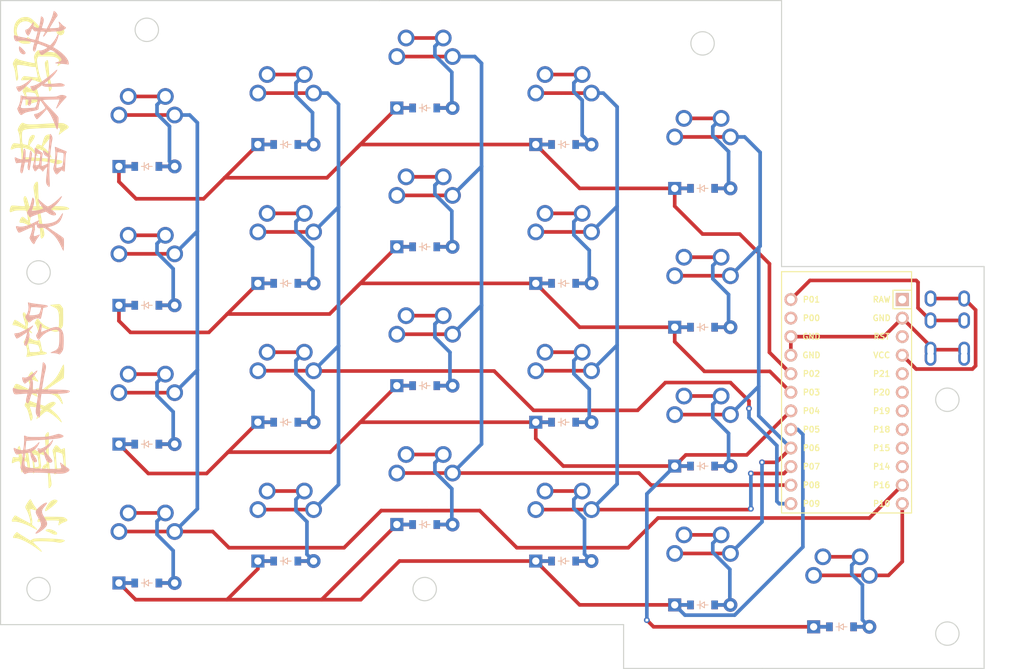
<source format=kicad_pcb>
(kicad_pcb (version 20211014) (generator pcbnew)
  (title_block (title "niu") (rev "v1.0.0") (company "Unknown"))
  (layers (0 "F.Cu" signal) (31 "B.Cu" signal) (34 "B.Paste" user) (35 "F.Paste" user) (36 "B.SilkS" user "B.Silkscreen") (37 "F.SilkS" user "F.Silkscreen") (38 "B.Mask" user) (39 "F.Mask" user) (44 "Edge.Cuts" user))
  (net 0 "")
  (net 1 "pinky_bottom")
  (net 2 "P16")
  (net 3 "pinky_home")
  (net 4 "pinky_top")
  (net 5 "pinky_num")
  (net 6 "ring_bottom")
  (net 7 "P9")
  (net 8 "ring_home")
  (net 9 "ring_top")
  (net 10 "ring_num")
  (net 11 "middle_bottom")
  (net 12 "P8")
  (net 13 "middle_home")
  (net 14 "middle_top")
  (net 15 "middle_num")
  (net 16 "index_bottom")
  (net 17 "P7")
  (net 18 "index_home")
  (net 19 "index_top")
  (net 20 "index_num")
  (net 21 "inner_bottom")
  (net 22 "P6")
  (net 23 "inner_home")
  (net 24 "inner_top")
  (net 25 "inner_num")
  (net 26 "thumb_home")
  (net 27 "P10")
  (net 28 "RAW")
  (net 29 "GND")
  (net 30 "RST")
  (net 31 "VCC")
  (net 32 "P21")
  (net 33 "P20")
  (net 34 "P19")
  (net 35 "P18")
  (net 36 "P15")
  (net 37 "P14")
  (net 38 "P1")
  (net 39 "P0")
  (net 40 "P2")
  (net 41 "P3")
  (net 42 "P4")
  (net 43 "P5")
  (footprint "ComboDiode" (layer "F.Cu") (at 211.886 96.716)
    (fp_text reference "D16" hide)
    (fp_text value "" hide)
  )
  (footprint "ComboDiode" (layer "F.Cu") (at 154.886 156.716)
    (fp_text reference "D1" hide)
    (fp_text value "" hide)
  )
  (footprint "ProMicro" (layer "F.Cu") (at 250.576 131.896 -90)
    (fp_text reference "MCU1" hide)
    (fp_text value "" hide)
  )
  (footprint "ComboDiode" (layer "F.Cu") (at 173.886 96.716)
    (fp_text reference "D8" hide)
    (fp_text value "" hide)
  )
  (footprint "MX" (layer "F.Cu") (at 154.886 152.216)
    (fp_text reference "S1" hide)
    (fp_text value "" hide)
  )
  (footprint "MX" (layer "F.Cu") (at 211.886 130.216)
    (fp_text reference "S14" hide)
    (fp_text value "" hide)
  )
  (footprint "ComboDiode" (layer "F.Cu") (at 154.886 118.716)
    (fp_text reference "D3" hide)
    (fp_text value "" hide)
  )
  (footprint "niubkb:nixihuanchi" (layer "F.Cu") (at 140.053492 135.382 90)
    (fp_text reference "G***" hide)
    (fp_text value "LOGO" hide)
  )
  (footprint "MX" (layer "F.Cu") (at 249.886 158.216)
    (fp_text reference "S21" hide)
    (fp_text value "" hide)
  )
  (footprint "ComboDiode" (layer "F.Cu") (at 173.886 153.716)
    (fp_text reference "D5" hide)
    (fp_text value "" hide)
  )
  (footprint "niubkb:niurouma" (layer "F.Cu") (at 140.208 93.98 90)
    (fp_text reference "G***" hide)
    (fp_text value "LOGO" hide)
  )
  (footprint "MX" (layer "F.Cu") (at 173.886 111.216)
    (fp_text reference "S7" hide)
    (fp_text value "" hide)
  )
  (footprint "ComboDiode" (layer "F.Cu") (at 154.886 99.716)
    (fp_text reference "D4" hide)
    (fp_text value "" hide)
  )
  (footprint "MX" (layer "F.Cu") (at 173.886 130.216)
    (fp_text reference "S6" hide)
    (fp_text value "" hide)
  )
  (footprint "MX" (layer "F.Cu") (at 192.886 106.216)
    (fp_text reference "S11" hide)
    (fp_text value "" hide)
  )
  (footprint "ComboDiode" (layer "F.Cu") (at 211.886 115.716)
    (fp_text reference "D15" hide)
    (fp_text value "" hide)
  )
  (footprint "ComboDiode" (layer "F.Cu") (at 211.886 134.716)
    (fp_text reference "D14" hide)
    (fp_text value "" hide)
  )
  (footprint "MX" (layer "F.Cu") (at 230.886 136.216)
    (fp_text reference "S18" hide)
    (fp_text value "" hide)
  )
  (footprint "MX" (layer "F.Cu") (at 173.886 149.216)
    (fp_text reference "S5" hide)
    (fp_text value "" hide)
  )
  (footprint "ComboDiode" (layer "F.Cu") (at 211.886 153.716)
    (fp_text reference "D13" hide)
    (fp_text value "" hide)
  )
  (footprint "MX" (layer "F.Cu") (at 192.886 125.216)
    (fp_text reference "S10" hide)
    (fp_text value "" hide)
  )
  (footprint "MX" (layer "F.Cu") (at 211.886 92.216)
    (fp_text reference "S16" hide)
    (fp_text value "" hide)
  )
  (footprint "ComboDiode" (layer "F.Cu") (at 192.886 110.716)
    (fp_text reference "D11" hide)
    (fp_text value "" hide)
  )
  (footprint "MX" (layer "F.Cu") (at 211.886 149.216)
    (fp_text reference "S13" hide)
    (fp_text value "" hide)
  )
  (footprint "ComboDiode" (layer "F.Cu") (at 154.886 137.716)
    (fp_text reference "D2" hide)
    (fp_text value "" hide)
  )
  (footprint "ComboDiode" (layer "F.Cu") (at 173.886 115.716)
    (fp_text reference "D7" hide)
    (fp_text value "" hide)
  )
  (footprint "ComboDiode" (layer "F.Cu") (at 230.886 159.716)
    (fp_text reference "D17" hide)
    (fp_text value "" hide)
  )
  (footprint "MX" (layer "F.Cu") (at 154.886 95.216)
    (fp_text reference "S4" hide)
    (fp_text value "" hide)
  )
  (footprint "MX" (layer "F.Cu") (at 154.886 114.216)
    (fp_text reference "S3" hide)
    (fp_text value "" hide)
  )
  (footprint "ComboDiode" (layer "F.Cu") (at 230.886 121.716)
    (fp_text reference "D19" hide)
    (fp_text value "" hide)
  )
  (footprint "ComboDiode" (layer "F.Cu") (at 249.886 162.716)
    (fp_text reference "D21" hide)
    (fp_text value "" hide)
  )
  (footprint "MX" (layer "F.Cu") (at 173.886 92.216)
    (fp_text reference "S8" hide)
    (fp_text value "" hide)
  )
  (footprint "MX" (layer "F.Cu") (at 211.886 111.216)
    (fp_text reference "S15" hide)
    (fp_text value "" hide)
  )
  (footprint "ComboDiode" (layer "F.Cu") (at 173.886 134.716)
    (fp_text reference "D6" hide)
    (fp_text value "" hide)
  )
  (footprint "MX" (layer "F.Cu") (at 230.886 98.216)
    (fp_text reference "S20" hide)
    (fp_text value "" hide)
  )
  (footprint "MX" (layer "F.Cu") (at 192.886 144.216)
    (fp_text reference "S9" hide)
    (fp_text value "" hide)
  )
  (footprint "MX" (layer "F.Cu") (at 230.886 117.216)
    (fp_text reference "S19" hide)
    (fp_text value "" hide)
  )
  (footprint "ComboDiode" (layer "F.Cu") (at 230.886 102.716)
    (fp_text reference "D20" hide)
    (fp_text value "" hide)
  )
  (footprint "TRRS-PJ-320A-dual" (layer "F.Cu") (at 266.66 114.592)
    (fp_text reference "TRRS1")
    (fp_text value "TRRS-PJ-320A-dual")
  )
  (footprint "ComboDiode" (layer "F.Cu") (at 192.886 129.716)
    (fp_text reference "D10" hide)
    (fp_text value "" hide)
  )
  (footprint "ComboDiode" (layer "F.Cu") (at 192.886 148.716)
    (fp_text reference "D9" hide)
    (fp_text value "" hide)
  )
  (footprint "MX" (layer "F.Cu") (at 230.886 155.216)
    (fp_text reference "S17" hide)
    (fp_text value "" hide)
  )
  (footprint "ComboDiode" (layer "F.Cu") (at 230.886 140.716)
    (fp_text reference "D18" hide)
    (fp_text value "" hide)
  )
  (footprint "MX" (layer "F.Cu") (at 154.886 133.216)
    (fp_text reference "S2" hide)
    (fp_text value "" hide)
  )
  (footprint "MX" (layer "F.Cu") (at 192.886 87.216)
    (fp_text reference "S12" hide)
    (fp_text value "" hide)
  )
  (footprint "ComboDiode" (layer "F.Cu") (at 192.886 91.716)
    (fp_text reference "D12" hide)
    (fp_text value "" hide)
  )
  (footprint "niubkb:wohenxihuan" (layer "B.Cu") (at 140.455223 94.996 -90)
    (fp_text reference "G***" hide)
    (fp_text value "LOGO" hide)
  )
  (footprint "niubkb:tilda" (layer "B.Cu") (at 140.242287 147.828 -90)
    (fp_text reference "G***" hide)
    (fp_text value "LOGO" hide)
  )
  (footprint "niubkb:chiniurou" (layer "B.Cu") (at 140.462 130.302 -90)
    (fp_text reference "G***" hide)
    (fp_text value "LOGO" hide)
  )
  (gr_line (start 269.386 168.416) (end 269.386 113.416) (layer "Edge.Cuts") (width 0.15))
  (gr_line (start 220.086 168.416) (end 239.086 168.416) (layer "Edge.Cuts") (width 0.15))
  (gr_line (start 241.686 113.416) (end 241.686 77.012) (layer "Edge.Cuts") (width 0.15))
  (gr_line (start 239.086 168.416) (end 269.386 168.416) (layer "Edge.Cuts") (width 0.15))
  (gr_circle (center 140.086 114.216) (end 141.686 114.216) (layer "Edge.Cuts") (width 0.15) (fill none))
  (gr_circle (center 154.886 81.016) (end 156.486 81.016) (layer "Edge.Cuts") (width 0.15) (fill none))
  (gr_line (start 269.386 113.416) (end 241.686 113.416) (layer "Edge.Cuts") (width 0.15))
  (gr_circle (center 230.886 82.874) (end 232.486 82.874) (layer "Edge.Cuts") (width 0.15) (fill none))
  (gr_line (start 241.686 77.012) (end 186.686 77.012) (layer "Edge.Cuts") (width 0.15))
  (gr_circle (center 192.886 157.55) (end 194.486 157.55) (layer "Edge.Cuts") (width 0.15) (fill none))
  (gr_circle (center 264.36 131.642) (end 265.96 131.642) (layer "Edge.Cuts") (width 0.15) (fill none))
  (gr_circle (center 140.086 157.55) (end 141.686 157.55) (layer "Edge.Cuts") (width 0.15) (fill none))
  (gr_line (start 134.886 162.416) (end 220.086 162.416) (layer "Edge.Cuts") (width 0.15))
  (gr_line (start 134.886 77.016) (end 186.686 77.016) (layer "Edge.Cuts") (width 0.15))
  (gr_line (start 134.886 162.416) (end 134.886 77.016) (layer "Edge.Cuts") (width 0.15))
  (gr_circle (center 264.36 163.646) (end 265.96 163.646) (layer "Edge.Cuts") (width 0.15) (fill none))
  (gr_line (start 186.686 77.012) (end 186.686 77.016) (layer "Edge.Cuts") (width 0.15))
  (gr_line (start 220.086 162.416) (end 220.086 168.416) (layer "Edge.Cuts") (width 0.15))
  (segment (start 156.536 156.716) (end 158.696 156.716) (width 0.5) (layer "F.Cu") (net 1))
  (segment (start 152.346 147.136) (end 157.426 147.136) (width 0.5) (layer "F.Cu") (net 1))
  (segment (start 157.426 147.136) (end 156.283 148.279) (width 0.5) (layer "B.Cu") (net 1))
  (segment (start 158.496 152.299091) (end 158.496 156.516) (width 0.5) (layer "B.Cu") (net 1))
  (segment (start 158.496 156.516) (end 158.696 156.716) (width 0.5) (layer "B.Cu") (net 1))
  (segment (start 156.536 156.716) (end 158.696 156.716) (width 0.5) (layer "B.Cu") (net 1))
  (segment (start 156.283 148.279) (end 156.283 150.086091) (width 0.5) (layer "B.Cu") (net 1))
  (segment (start 156.283 150.086091) (end 158.496 152.299091) (width 0.5) (layer "B.Cu") (net 1))
  (segment (start 158.696 149.676) (end 163.9 149.676) (width 0.5) (layer "F.Cu") (net 2))
  (segment (start 220.726 151.892) (end 224.79 147.828) (width 0.5) (layer "F.Cu") (net 2))
  (segment (start 151.076 111.676) (end 158.696 111.676) (width 0.5) (layer "F.Cu") (net 2))
  (segment (start 186.944 146.812) (end 200.406 146.812) (width 0.5) (layer "F.Cu") (net 2))
  (segment (start 200.406 146.812) (end 205.486 151.892) (width 0.5) (layer "F.Cu") (net 2))
  (segment (start 151.076 130.676) (end 158.696 130.676) (width 0.5) (layer "F.Cu") (net 2))
  (segment (start 224.79 147.828) (end 253.694 147.828) (width 0.5) (layer "F.Cu") (net 2))
  (segment (start 205.486 151.892) (end 220.726 151.892) (width 0.5) (layer "F.Cu") (net 2))
  (segment (start 151.076 92.676) (end 158.696 92.676) (width 0.5) (layer "F.Cu") (net 2))
  (segment (start 151.076 149.676) (end 158.696 149.676) (width 0.5) (layer "F.Cu") (net 2))
  (segment (start 181.864 151.892) (end 186.944 146.812) (width 0.5) (layer "F.Cu") (net 2))
  (segment (start 166.116 151.892) (end 181.864 151.892) (width 0.5) (layer "F.Cu") (net 2))
  (segment (start 253.694 147.828) (end 258.196 143.326) (width 0.5) (layer "F.Cu") (net 2))
  (segment (start 163.9 149.676) (end 166.116 151.892) (width 0.5) (layer "F.Cu") (net 2))
  (segment (start 161.798 127.574) (end 161.798 146.574) (width 0.5) (layer "B.Cu") (net 2))
  (segment (start 161.798 146.574) (end 158.696 149.676) (width 0.5) (layer "B.Cu") (net 2))
  (segment (start 161.798 108.574) (end 158.696 111.676) (width 0.5) (layer "B.Cu") (net 2))
  (segment (start 161.798 127.574) (end 158.696 130.676) (width 0.5) (layer "B.Cu") (net 2))
  (segment (start 160.748 92.676) (end 161.798 93.726) (width 0.5) (layer "B.Cu") (net 2))
  (segment (start 161.798 93.726) (end 161.798 108.574) (width 0.5) (layer "B.Cu") (net 2))
  (segment (start 161.798 108.574) (end 161.798 127.574) (width 0.5) (layer "B.Cu") (net 2))
  (segment (start 158.696 92.676) (end 160.748 92.676) (width 0.5) (layer "B.Cu") (net 2))
  (segment (start 156.536 137.716) (end 158.696 137.716) (width 0.5) (layer "F.Cu") (net 3))
  (segment (start 152.346 128.136) (end 157.426 128.136) (width 0.5) (layer "F.Cu") (net 3))
  (segment (start 156.283 131.086092) (end 158.496 133.299092) (width 0.5) (layer "B.Cu") (net 3))
  (segment (start 158.496 133.299092) (end 158.496 137.516) (width 0.5) (layer "B.Cu") (net 3))
  (segment (start 158.496 137.516) (end 158.696 137.716) (width 0.5) (layer "B.Cu") (net 3))
  (segment (start 157.426 128.136) (end 156.283 129.279) (width 0.5) (layer "B.Cu") (net 3))
  (segment (start 156.536 137.716) (end 158.696 137.716) (width 0.5) (layer "B.Cu") (net 3))
  (segment (start 156.283 129.279) (end 156.283 131.086092) (width 0.5) (layer "B.Cu") (net 3))
  (segment (start 152.346 109.136) (end 157.426 109.136) (width 0.5) (layer "F.Cu") (net 4))
  (segment (start 156.536 118.716) (end 158.696 118.716) (width 0.5) (layer "F.Cu") (net 4))
  (segment (start 156.283 110.279) (end 156.283 111.515843) (width 0.5) (layer "B.Cu") (net 4))
  (segment (start 156.536 118.716) (end 158.696 118.716) (width 0.5) (layer "B.Cu") (net 4))
  (segment (start 156.283 111.515843) (end 158.496 113.728843) (width 0.5) (layer "B.Cu") (net 4))
  (segment (start 158.496 113.728843) (end 158.496 118.516) (width 0.5) (layer "B.Cu") (net 4))
  (segment (start 158.496 118.516) (end 158.696 118.716) (width 0.5) (layer "B.Cu") (net 4))
  (segment (start 157.426 109.136) (end 156.283 110.279) (width 0.5) (layer "B.Cu") (net 4))
  (segment (start 156.536 99.716) (end 158.696 99.716) (width 0.5) (layer "F.Cu") (net 5))
  (segment (start 152.346 90.136) (end 157.426 90.136) (width 0.5) (layer "F.Cu") (net 5))
  (segment (start 156.283 92.515843) (end 157.988 94.220843) (width 0.5) (layer "B.Cu") (net 5))
  (segment (start 156.536 99.716) (end 158.696 99.716) (width 0.5) (layer "B.Cu") (net 5))
  (segment (start 156.283 91.279) (end 156.283 92.515843) (width 0.5) (layer "B.Cu") (net 5))
  (segment (start 157.988 94.220843) (end 157.988 99.008) (width 0.5) (layer "B.Cu") (net 5))
  (segment (start 157.988 99.008) (end 158.696 99.716) (width 0.5) (layer "B.Cu") (net 5))
  (segment (start 157.426 90.136) (end 156.283 91.279) (width 0.5) (layer "B.Cu") (net 5))
  (segment (start 175.536 153.716) (end 177.696 153.716) (width 0.5) (layer "F.Cu") (net 6))
  (segment (start 171.346 144.136) (end 176.426 144.136) (width 0.5) (layer "F.Cu") (net 6))
  (segment (start 176.784 148.336) (end 176.784 152.804) (width 0.5) (layer "B.Cu") (net 6))
  (segment (start 175.536 153.716) (end 177.696 153.716) (width 0.5) (layer "B.Cu") (net 6))
  (segment (start 176.426 144.136) (end 175.283 145.279) (width 0.5) (layer "B.Cu") (net 6))
  (segment (start 175.283 146.835) (end 176.784 148.336) (width 0.5) (layer "B.Cu") (net 6))
  (segment (start 175.283 145.279) (end 175.283 146.835) (width 0.5) (layer "B.Cu") (net 6))
  (segment (start 176.784 152.804) (end 177.696 153.716) (width 0.5) (layer "B.Cu") (net 6))
  (segment (start 225.806 129.286) (end 234.696 129.286) (width 0.5) (layer "F.Cu") (net 7))
  (segment (start 170.076 108.676) (end 177.696 108.676) (width 0.5) (layer "F.Cu") (net 7))
  (segment (start 170.076 127.676) (end 177.696 127.676) (width 0.5) (layer "F.Cu") (net 7))
  (segment (start 177.729901 127.709901) (end 202.385901 127.709901) (width 0.5) (layer "F.Cu") (net 7))
  (segment (start 221.996 133.096) (end 225.806 129.286) (width 0.5) (layer "F.Cu") (net 7))
  (segment (start 170.076 89.676) (end 177.696 89.676) (width 0.5) (layer "F.Cu") (net 7))
  (segment (start 202.385901 127.709901) (end 207.772 133.096) (width 0.5) (layer "F.Cu") (net 7))
  (segment (start 170.076 146.676) (end 177.696 146.676) (width 0.5) (layer "F.Cu") (net 7))
  (segment (start 177.696 127.676) (end 177.729901 127.709901) (width 0.5) (layer "F.Cu") (net 7))
  (segment (start 234.696 129.286) (end 237.236 131.826) (width 0.5) (layer "F.Cu") (net 7))
  (segment (start 207.772 133.096) (end 221.996 133.096) (width 0.5) (layer "F.Cu") (net 7))
  (segment (start 237.236 131.826) (end 237.236 132.842) (width 0.5) (layer "F.Cu") (net 7))
  (via (at 237.236 132.842) (size 0.8) (drill 0.4) (layers "F.Cu" "B.Cu") (net 7))
  (segment (start 237.236 134.112) (end 241.046 137.922) (width 0.5) (layer "B.Cu") (net 7))
  (segment (start 179.592 89.676) (end 181.102 91.186) (width 0.5) (layer "B.Cu") (net 7))
  (segment (start 181.102 105.27) (end 181.102 124.27) (width 0.5) (layer "B.Cu") (net 7))
  (segment (start 181.102 105.27) (end 177.696 108.676) (width 0.5) (layer "B.Cu") (net 7))
  (segment (start 241.046 145.542) (end 241.37 145.866) (width 0.5) (layer "B.Cu") (net 7))
  (segment (start 181.102 91.186) (end 181.102 105.27) (width 0.5) (layer "B.Cu") (net 7))
  (segment (start 241.37 145.866) (end 242.956 145.866) (width 0.5) (layer "B.Cu") (net 7))
  (segment (start 181.102 124.27) (end 181.102 143.27) (width 0.5) (layer "B.Cu") (net 7))
  (segment (start 241.046 137.922) (end 241.046 145.542) (width 0.5) (layer "B.Cu") (net 7))
  (segment (start 237.236 132.842) (end 237.236 134.112) (width 0.5) (layer "B.Cu") (net 7))
  (segment (start 177.696 89.676) (end 179.592 89.676) (width 0.5) (layer "B.Cu") (net 7))
  (segment (start 181.102 124.27) (end 177.696 127.676) (width 0.5) (layer "B.Cu") (net 7))
  (segment (start 181.102 143.27) (end 177.696 146.676) (width 0.5) (layer "B.Cu") (net 7))
  (segment (start 171.346 125.136) (end 176.426 125.136) (width 0.5) (layer "F.Cu") (net 8))
  (segment (start 175.536 134.716) (end 177.696 134.716) (width 0.5) (layer "F.Cu") (net 8))
  (segment (start 177.615099 134.635099) (end 177.696 134.716) (width 0.5) (layer "B.Cu") (net 8))
  (segment (start 177.615099 130.418191) (end 177.615099 134.635099) (width 0.5) (layer "B.Cu") (net 8))
  (segment (start 175.283 128.086092) (end 177.615099 130.418191) (width 0.5) (layer "B.Cu") (net 8))
  (segment (start 175.536 134.716) (end 177.696 134.716) (width 0.5) (layer "B.Cu") (net 8))
  (segment (start 175.283 126.279) (end 175.283 128.086092) (width 0.5) (layer "B.Cu") (net 8))
  (segment (start 176.426 125.136) (end 175.283 126.279) (width 0.5) (layer "B.Cu") (net 8))
  (segment (start 171.346 106.136) (end 176.426 106.136) (width 0.5) (layer "F.Cu") (net 9))
  (segment (start 175.536 115.716) (end 177.696 115.716) (width 0.5) (layer "F.Cu") (net 9))
  (segment (start 175.536 115.716) (end 177.696 115.716) (width 0.5) (layer "B.Cu") (net 9))
  (segment (start 177.546 110.778843) (end 177.546 115.566) (width 0.5) (layer "B.Cu") (net 9))
  (segment (start 175.283 107.279) (end 175.283 108.515843) (width 0.5) (layer "B.Cu") (net 9))
  (segment (start 176.426 106.136) (end 175.283 107.279) (width 0.5) (layer "B.Cu") (net 9))
  (segment (start 177.546 115.566) (end 177.696 115.716) (width 0.5) (layer "B.Cu") (net 9))
  (segment (start 175.283 108.515843) (end 177.546 110.778843) (width 0.5) (layer "B.Cu") (net 9))
  (segment (start 175.536 96.716) (end 177.696 96.716) (width 0.5) (layer "F.Cu") (net 10))
  (segment (start 171.346 87.136) (end 176.426 87.136) (width 0.5) (layer "F.Cu") (net 10))
  (segment (start 176.426 87.136) (end 175.283 88.279) (width 0.5) (layer "B.Cu") (net 10))
  (segment (start 177.546 96.566) (end 177.696 96.716) (width 0.5) (layer "B.Cu") (net 10))
  (segment (start 175.536 96.716) (end 177.696 96.716) (width 0.5) (layer "B.Cu") (net 10))
  (segment (start 175.283 90.086092) (end 177.546 92.349092) (width 0.5) (layer "B.Cu") (net 10))
  (segment (start 177.546 92.349092) (end 177.546 96.566) (width 0.5) (layer "B.Cu") (net 10))
  (segment (start 175.283 88.279) (end 175.283 90.086092) (width 0.5) (layer "B.Cu") (net 10))
  (segment (start 194.536 148.716) (end 196.696 148.716) (width 0.5) (layer "F.Cu") (net 11))
  (segment (start 190.346 139.136) (end 195.426 139.136) (width 0.5) (layer "F.Cu") (net 11))
  (segment (start 196.596 148.616) (end 196.696 148.716) (width 0.5) (layer "B.Cu") (net 11))
  (segment (start 194.283 141.515843) (end 196.596 143.828843) (width 0.5) (layer "B.Cu") (net 11))
  (segment (start 195.426 139.136) (end 194.283 140.279) (width 0.5) (layer "B.Cu") (net 11))
  (segment (start 194.283 140.279) (end 194.283 141.515843) (width 0.5) (layer "B.Cu") (net 11))
  (segment (start 196.596 143.828843) (end 196.596 148.616) (width 0.5) (layer "B.Cu") (net 11))
  (segment (start 194.536 148.716) (end 196.696 148.716) (width 0.5) (layer "B.Cu") (net 11))
  (segment (start 196.696 141.676) (end 222.194 141.676) (width 0.5) (layer "F.Cu") (net 12))
  (segment (start 189.076 103.676) (end 196.696 103.676) (width 0.5) (layer "F.Cu") (net 12))
  (segment (start 222.194 141.676) (end 223.844 143.326) (width 0.5) (layer "F.Cu") (net 12))
  (segment (start 189.076 141.676) (end 196.696 141.676) (width 0.5) (layer "F.Cu") (net 12))
  (segment (start 189.076 84.676) (end 196.696 84.676) (width 0.5) (layer "F.Cu") (net 12))
  (segment (start 223.844 143.326) (end 242.956 143.326) (width 0.5) (layer "F.Cu") (net 12))
  (segment (start 189.076 122.676) (end 196.696 122.676) (width 0.5) (layer "F.Cu") (net 12))
  (segment (start 200.66 85.598) (end 200.66 99.712) (width 0.5) (layer "B.Cu") (net 12))
  (segment (start 196.696 84.676) (end 199.738 84.676) (width 0.5) (layer "B.Cu") (net 12))
  (segment (start 199.738 84.676) (end 200.66 85.598) (width 0.5) (layer "B.Cu") (net 12))
  (segment (start 200.66 118.712) (end 200.66 137.712) (width 0.5) (layer "B.Cu") (net 12))
  (segment (start 200.66 99.712) (end 200.66 118.712) (width 0.5) (layer "B.Cu") (net 12))
  (segment (start 200.66 118.712) (end 196.696 122.676) (width 0.5) (layer "B.Cu") (net 12))
  (segment (start 200.66 99.712) (end 196.696 103.676) (width 0.5) (layer "B.Cu") (net 12))
  (segment (start 200.66 137.712) (end 196.696 141.676) (width 0.5) (layer "B.Cu") (net 12))
  (segment (start 190.346 120.136) (end 195.426 120.136) (width 0.5) (layer "F.Cu") (net 13))
  (segment (start 194.536 129.716) (end 196.696 129.716) (width 0.5) (layer "F.Cu") (net 13))
  (segment (start 196.342 129.362) (end 196.696 129.716) (width 0.5) (layer "B.Cu") (net 13))
  (segment (start 195.426 120.136) (end 194.283 121.279) (width 0.5) (layer "B.Cu") (net 13))
  (segment (start 194.283 121.279) (end 194.283 123.086092) (width 0.5) (layer "B.Cu") (net 13))
  (segment (start 194.536 129.716) (end 196.696 129.716) (width 0.5) (layer "B.Cu") (net 13))
  (segment (start 194.283 123.086092) (end 196.342 125.145092) (width 0.5) (layer "B.Cu") (net 13))
  (segment (start 196.342 125.145092) (end 196.342 129.362) (width 0.5) (layer "B.Cu") (net 13))
  (segment (start 190.346 101.136) (end 195.426 101.136) (width 0.5) (layer "F.Cu") (net 14))
  (segment (start 194.536 110.716) (end 196.696 110.716) (width 0.5) (layer "F.Cu") (net 14))
  (segment (start 196.596 105.828843) (end 196.596 110.616) (width 0.5) (layer "B.Cu") (net 14))
  (segment (start 194.283 102.279) (end 194.283 103.515843) (width 0.5) (layer "B.Cu") (net 14))
  (segment (start 194.536 110.716) (end 196.696 110.716) (width 0.5) (layer "B.Cu") (net 14))
  (segment (start 196.596 110.616) (end 196.696 110.716) (width 0.5) (layer "B.Cu") (net 14))
  (segment (start 194.283 103.515843) (end 196.596 105.828843) (width 0.5) (layer "B.Cu") (net 14))
  (segment (start 195.426 101.136) (end 194.283 102.279) (width 0.5) (layer "B.Cu") (net 14))
  (segment (start 190.346 82.136) (end 195.426 82.136) (width 0.5) (layer "F.Cu") (net 15))
  (segment (start 194.536 91.716) (end 196.696 91.716) (width 0.5) (layer "F.Cu") (net 15))
  (segment (start 195.426 82.136) (end 194.283 83.279) (width 0.5) (layer "B.Cu") (net 15))
  (segment (start 194.283 83.279) (end 194.283 84.515843) (width 0.5) (layer "B.Cu") (net 15))
  (segment (start 194.283 84.515843) (end 196.596 86.828843) (width 0.5) (layer "B.Cu") (net 15))
  (segment (start 194.536 91.716) (end 196.696 91.716) (width 0.5) (layer "B.Cu") (net 15))
  (segment (start 196.596 86.828843) (end 196.596 91.616) (width 0.5) (layer "B.Cu") (net 15))
  (segment (start 196.596 91.616) (end 196.696 91.716) (width 0.5) (layer "B.Cu") (net 15))
  (segment (start 213.536 153.716) (end 215.696 153.716) (width 0.5) (layer "F.Cu") (net 16))
  (segment (start 209.346 144.136) (end 214.426 144.136) (width 0.5) (layer "F.Cu") (net 16))
  (segment (start 214.7435 152.7635) (end 215.696 153.716) (width 0.5) (layer "B.Cu") (net 16))
  (segment (start 214.426 144.136) (end 213.283 145.279) (width 0.5) (layer "B.Cu") (net 16))
  (segment (start 213.283 145.279) (end 213.283 146.515843) (width 0.5) (layer "B.Cu") (net 16))
  (segment (start 214.7435 147.976343) (end 214.7435 152.7635) (width 0.5) (layer "B.Cu") (net 16))
  (segment (start 213.283 146.515843) (end 214.7435 147.976343) (width 0.5) (layer "B.Cu") (net 16))
  (segment (start 213.536 153.716) (end 215.696 153.716) (width 0.5) (layer "B.Cu") (net 16))
  (segment (start 237.49 141.732) (end 242.01 141.732) (width 0.5) (layer "F.Cu") (net 17))
  (segment (start 208.076 127.676) (end 215.696 127.676) (width 0.5) (layer "F.Cu") (net 17))
  (segment (start 208.076 108.676) (end 215.696 108.676) (width 0.5) (layer "F.Cu") (net 17))
  (segment (start 208.076 89.676) (end 215.696 89.676) (width 0.5) (layer "F.Cu") (net 17))
  (segment (start 237.372 146.676) (end 237.49 146.558) (width 0.5) (layer "F.Cu") (net 17))
  (segment (start 215.696 146.676) (end 237.372 146.676) (width 0.5) (layer "F.Cu") (net 17))
  (segment (start 242.01 141.732) (end 242.956 140.786) (width 0.5) (layer "F.Cu") (net 17))
  (segment (start 208.076 146.676) (end 215.696 146.676) (width 0.5) (layer "F.Cu") (net 17))
  (via (at 237.49 146.558) (size 0.8) (drill 0.4) (layers "F.Cu" "B.Cu") (net 17))
  (via (at 237.49 141.732) (size 0.8) (drill 0.4) (layers "F.Cu" "B.Cu") (net 17))
  (segment (start 219.202 105.17) (end 219.202 124.17) (width 0.5) (layer "B.Cu") (net 17))
  (segment (start 217.312446 89.676) (end 219.202 91.565554) (width 0.5) (layer "B.Cu") (net 17))
  (segment (start 219.202 105.17) (end 215.696 108.676) (width 0.5) (layer "B.Cu") (net 17))
  (segment (start 237.49 146.558) (end 237.49 141.732) (width 0.5) (layer "B.Cu") (net 17))
  (segment (start 219.202 124.17) (end 219.202 143.17) (width 0.5) (layer "B.Cu") (net 17))
  (segment (start 219.202 124.17) (end 215.696 127.676) (width 0.5) (layer "B.Cu") (net 17))
  (segment (start 215.696 89.676) (end 217.312446 89.676) (width 0.5) (layer "B.Cu") (net 17))
  (segment (start 219.202 143.17) (end 215.696 146.676) (width 0.5) (layer "B.Cu") (net 17))
  (segment (start 219.202 91.565554) (end 219.202 105.17) (width 0.5) (layer "B.Cu") (net 17))
  (segment (start 209.346 125.136) (end 214.426 125.136) (width 0.5) (layer "F.Cu") (net 18))
  (segment (start 213.536 134.716) (end 215.696 134.716) (width 0.5) (layer "F.Cu") (net 18))
  (segment (start 214.426 125.136) (end 213.283 126.279) (width 0.5) (layer "B.Cu") (net 18))
  (segment (start 213.536 134.716) (end 215.696 134.716) (width 0.5) (layer "B.Cu") (net 18))
  (segment (start 215.392 134.412) (end 215.696 134.716) (width 0.5) (layer "B.Cu") (net 18))
  (segment (start 215.392 130.195092) (end 215.392 134.412) (width 0.5) (layer "B.Cu") (net 18))
  (segment (start 213.283 126.279) (end 213.283 128.086092) (width 0.5) (layer "B.Cu") (net 18))
  (segment (start 213.283 128.086092) (end 215.392 130.195092) (width 0.5) (layer "B.Cu") (net 18))
  (segment (start 209.346 106.136) (end 214.426 106.136) (width 0.5) (layer "F.Cu") (net 19))
  (segment (start 213.536 115.716) (end 215.696 115.716) (width 0.5) (layer "F.Cu") (net 19))
  (segment (start 213.283 109.086092) (end 215.392 111.195092) (width 0.5) (layer "B.Cu") (net 19))
  (segment (start 214.426 106.136) (end 213.283 107.279) (width 0.5) (layer "B.Cu") (net 19))
  (segment (start 213.536 115.716) (end 215.696 115.716) (width 0.5) (layer "B.Cu") (net 19))
  (segment (start 213.283 107.279) (end 213.283 109.086092) (width 0.5) (layer "B.Cu") (net 19))
  (segment (start 215.392 115.412) (end 215.696 115.716) (width 0.5) (layer "B.Cu") (net 19))
  (segment (start 215.392 111.195092) (end 215.392 115.412) (width 0.5) (layer "B.Cu") (net 19))
  (segment (start 209.346 87.136) (end 214.426 87.136) (width 0.5) (layer "F.Cu") (net 20))
  (segment (start 213.536 96.716) (end 215.696 96.716) (width 0.5) (layer "F.Cu") (net 20))
  (segment (start 214.426 87.136) (end 213.283 88.279) (width 0.5) (layer "B.Cu") (net 20))
  (segment (start 214.426 95.446) (end 215.696 96.716) (width 0.5) (layer "B.Cu") (net 20))
  (segment (start 213.536 96.716) (end 215.696 96.716) (width 0.5) (layer "B.Cu") (net 20))
  (segment (start 213.283 88.279) (end 213.283 89.515843) (width 0.5) (layer "B.Cu") (net 20))
  (segment (start 213.283 89.515843) (end 214.426 90.658843) (width 0.5) (layer "B.Cu") (net 20))
  (segment (start 214.426 90.658843) (end 214.426 95.446) (width 0.5) (layer "B.Cu") (net 20))
  (segment (start 228.346 150.136) (end 233.426 150.136) (width 0.5) (layer "F.Cu") (net 21))
  (segment (start 232.536 159.716) (end 234.696 159.716) (width 0.5) (layer "F.Cu") (net 21))
  (segment (start 232.536 159.716) (end 234.696 159.716) (width 0.5) (layer "B.Cu") (net 21))
  (segment (start 232.283 151.279) (end 232.283 152.515843) (width 0.5) (layer "B.Cu") (net 21))
  (segment (start 233.426 150.136) (end 232.283 151.279) (width 0.5) (layer "B.Cu") (net 21))
  (segment (start 234.615099 154.847942) (end 234.615099 159.635099) (width 0.5) (layer "B.Cu") (net 21))
  (segment (start 232.283 152.515843) (end 234.615099 154.847942) (width 0.5) (layer "B.Cu") (net 21))
  (segment (start 234.615099 159.635099) (end 234.696 159.716) (width 0.5) (layer "B.Cu") (net 21))
  (segment (start 240.994 140.208) (end 242.956 138.246) (width 0.5) (layer "F.Cu") (net 22))
  (segment (start 227.076 133.676) (end 234.696 133.676) (width 0.5) (layer "F.Cu") (net 22))
  (segment (start 227.076 95.676) (end 234.696 95.676) (width 0.5) (layer "F.Cu") (net 22))
  (segment (start 239.014 140.208) (end 240.994 140.208) (width 0.5) (layer "F.Cu") (net 22))
  (segment (start 227.076 152.676) (end 234.696 152.676) (width 0.5) (layer "F.Cu") (net 22))
  (segment (start 227.076 114.676) (end 234.696 114.676) (width 0.5) (layer "F.Cu") (net 22))
  (via (at 239.014 140.208) (size 0.8) (drill 0.4) (layers "F.Cu" "B.Cu") (net 22))
  (segment (start 234.696 152.676) (end 239.014 148.358) (width 0.5) (layer "B.Cu") (net 22))
  (segment (start 239.014 148.358) (end 239.014 140.208) (width 0.5) (layer "B.Cu") (net 22))
  (segment (start 238.567 129.805) (end 234.696 133.676) (width 0.5) (layer "B.Cu") (net 22))
  (segment (start 238.76 110.612) (end 238.567 110.805) (width 0.5) (layer "B.Cu") (net 22))
  (segment (start 238.567 110.805) (end 234.696 114.676) (width 0.5) (layer "B.Cu") (net 22))
  (segment (start 238.567 110.805) (end 238.567 129.805) (width 0.5) (layer "B.Cu") (net 22))
  (segment (start 238.567 129.805) (end 238.567 133.857) (width 0.5) (layer "B.Cu") (net 22))
  (segment (start 234.696 95.676) (end 236.646 95.676) (width 0.5) (layer "B.Cu") (net 22))
  (segment (start 236.646 95.676) (end 238.76 97.79) (width 0.5) (layer "B.Cu") (net 22))
  (segment (start 238.76 97.79) (end 238.76 110.612) (width 0.5) (layer "B.Cu") (net 22))
  (segment (start 238.567 133.857) (end 242.956 138.246) (width 0.5) (layer "B.Cu") (net 22))
  (segment (start 228.346 131.136) (end 233.426 131.136) (width 0.5) (layer "F.Cu") (net 23))
  (segment (start 232.536 140.716) (end 234.696 140.716) (width 0.5) (layer "F.Cu") (net 23))
  (segment (start 234.442 136.245091) (end 234.442 140.462) (width 0.5) (layer "B.Cu") (net 23))
  (segment (start 234.442 140.462) (end 234.696 140.716) (width 0.5) (layer "B.Cu") (net 23))
  (segment (start 233.426 131.136) (end 232.283 132.279) (width 0.5) (layer "B.Cu") (net 23))
  (segment (start 232.283 134.086091) (end 234.442 136.245091) (width 0.5) (layer "B.Cu") (net 23))
  (segment (start 232.283 132.279) (end 232.283 134.086091) (width 0.5) (layer "B.Cu") (net 23))
  (segment (start 232.536 140.716) (end 234.696 140.716) (width 0.5) (layer "B.Cu") (net 23))
  (segment (start 232.536 121.716) (end 234.696 121.716) (width 0.5) (layer "F.Cu") (net 24))
  (segment (start 228.346 112.136) (end 233.426 112.136) (width 0.5) (layer "F.Cu") (net 24))
  (segment (start 232.283 115.086091) (end 234.442 117.245091) (width 0.5) (layer "B.Cu") (net 24))
  (segment (start 233.426 112.136) (end 232.283 113.279) (width 0.5) (layer "B.Cu") (net 24))
  (segment (start 234.442 117.245091) (end 234.442 121.462) (width 0.5) (layer "B.Cu") (net 24))
  (segment (start 234.442 121.462) (end 234.696 121.716) (width 0.5) (layer "B.Cu") (net 24))
  (segment (start 232.536 121.716) (end 234.696 121.716) (width 0.5) (layer "B.Cu") (net 24))
  (segment (start 232.283 113.279) (end 232.283 115.086091) (width 0.5) (layer "B.Cu") (net 24))
  (segment (start 228.346 93.136) (end 233.426 93.136) (width 0.5) (layer "F.Cu") (net 25))
  (segment (start 232.536 102.716) (end 234.696 102.716) (width 0.5) (layer "F.Cu") (net 25))
  (segment (start 234.442 102.462) (end 234.696 102.716) (width 0.5) (layer "B.Cu") (net 25))
  (segment (start 232.536 102.716) (end 234.696 102.716) (width 0.5) (layer "B.Cu") (net 25))
  (segment (start 234.442 97.674843) (end 234.442 102.462) (width 0.5) (layer "B.Cu") (net 25))
  (segment (start 233.426 93.136) (end 232.283 94.279) (width 0.5) (layer "B.Cu") (net 25))
  (segment (start 232.283 95.515843) (end 234.442 97.674843) (width 0.5) (layer "B.Cu") (net 25))
  (segment (start 232.283 94.279) (end 232.283 95.515843) (width 0.5) (layer "B.Cu") (net 25))
  (segment (start 247.346 153.136) (end 252.426 153.136) (width 0.5) (layer "F.Cu") (net 26))
  (segment (start 251.536 162.716) (end 253.696 162.716) (width 0.5) (layer "F.Cu") (net 26))
  (segment (start 251.283 155.515843) (end 252.7435 156.976343) (width 0.5) (layer "B.Cu") (net 26))
  (segment (start 252.426 153.136) (end 251.283 154.279) (width 0.5) (layer "B.Cu") (net 26))
  (segment (start 251.536 162.716) (end 253.696 162.716) (width 0.5) (layer "B.Cu") (net 26))
  (segment (start 252.7435 161.7635) (end 253.696 162.716) (width 0.5) (layer "B.Cu") (net 26))
  (segment (start 251.283 154.279) (end 251.283 155.515843) (width 0.5) (layer "B.Cu") (net 26))
  (segment (start 252.7435 156.976343) (end 252.7435 161.7635) (width 0.5) (layer "B.Cu") (net 26))
  (segment (start 258.196 153.792) (end 258.196 145.866) (width 0.5) (layer "F.Cu") (net 27))
  (segment (start 256.312 155.676) (end 258.196 153.792) (width 0.5) (layer "F.Cu") (net 27))
  (segment (start 246.076 155.676) (end 253.696 155.676) (width 0.5) (layer "F.Cu") (net 27))
  (segment (start 253.696 155.676) (end 256.312 155.676) (width 0.5) (layer "F.Cu") (net 27))
  (segment (start 262.06 124.33) (end 262.06 124.792) (width 0.5) (layer "F.Cu") (net 29))
  (segment (start 262.06 124.792) (end 266.66 124.792) (width 0.5) (layer "F.Cu") (net 29))
  (segment (start 266.66 124.792) (end 266.66 125.892) (width 0.5) (layer "F.Cu") (net 29))
  (segment (start 255.656 123.006) (end 258.196 120.466) (width 0.5) (layer "F.Cu") (net 29))
  (segment (start 262.06 124.792) (end 262.06 125.892) (width 0.5) (layer "F.Cu") (net 29))
  (segment (start 258.196 120.466) (end 262.06 124.33) (width 0.5) (layer "F.Cu") (net 29))
  (segment (start 242.956 123.006) (end 255.656 123.006) (width 0.5) (layer "F.Cu") (net 29))
  (segment (start 242.956 123.006) (end 242.956 125.546) (width 0.5) (layer "F.Cu") (net 29))
  (segment (start 268.224 127) (end 268.224 119.356) (width 0.5) (layer "F.Cu") (net 31))
  (segment (start 267.782 127.442) (end 268.224 127) (width 0.5) (layer "F.Cu") (net 31))
  (segment (start 268.224 119.356) (end 266.66 117.792) (width 0.5) (layer "F.Cu") (net 31))
  (segment (start 260.092 127.442) (end 267.782 127.442) (width 0.5) (layer "F.Cu") (net 31))
  (segment (start 266.66 117.792) (end 262.06 117.792) (width 0.5) (layer "F.Cu") (net 31))
  (segment (start 258.196 125.546) (end 260.092 127.442) (width 0.5) (layer "F.Cu") (net 31))
  (segment (start 260.096 115.316) (end 245.566 115.316) (width 0.5) (layer "F.Cu") (net 38))
  (segment (start 260.35 115.57) (end 260.096 115.316) (width 0.5) (layer "F.Cu") (net 38))
  (segment (start 266.66 120.792) (end 262.06 120.792) (width 0.5) (layer "F.Cu") (net 38))
  (segment (start 260.35 119.082) (end 260.35 115.57) (width 0.5) (layer "F.Cu") (net 38))
  (segment (start 245.566 115.316) (end 242.956 117.926) (width 0.5) (layer "F.Cu") (net 38))
  (segment (start 262.06 120.792) (end 260.35 119.082) (width 0.5) (layer "F.Cu") (net 38))
  (segment (start 165.527 101.265) (end 170.076 96.716) (width 0.5) (layer "F.Cu") (net 40))
  (segment (start 179.527 101.265) (end 183.576 97.216) (width 0.5) (layer "F.Cu") (net 40))
  (segment (start 183.576 97.216) (end 189.076 91.716) (width 0.5) (layer "F.Cu") (net 40))
  (segment (start 240.03 125.16) (end 242.956 128.086) (width 0.5) (layer "F.Cu") (net 40))
  (segment (start 240.03 113.03) (end 240.03 125.16) (width 0.5) (layer "F.Cu") (net 40))
  (segment (start 162.652 104.14) (end 165.527 101.265) (width 0.5) (layer "F.Cu") (net 40))
  (segment (start 235.966 108.966) (end 240.03 113.03) (width 0.5) (layer "F.Cu") (net 40))
  (segment (start 170.076 96.716) (end 172.236 96.716) (width 0.5) (layer "F.Cu") (net 40))
  (segment (start 227.076 102.716) (end 227.076 105.156) (width 0.5) (layer "F.Cu") (net 40))
  (segment (start 153.416 104.14) (end 162.652 104.14) (width 0.5) (layer "F.Cu") (net 40))
  (segment (start 165.527 101.265) (end 179.527 101.265) (width 0.5) (layer "F.Cu") (net 40))
  (segment (start 227.076 102.716) (end 229.236 102.716) (width 0.5) (layer "F.Cu") (net 40))
  (segment (start 227.076 105.156) (end 230.886 108.966) (width 0.5) (layer "F.Cu") (net 40))
  (segment (start 151.076 99.716) (end 153.236 99.716) (width 0.5) (layer "F.Cu") (net 40))
  (segment (start 230.886 108.966) (end 235.966 108.966) (width 0.5) (layer "F.Cu") (net 40))
  (segment (start 183.576 97.216) (end 184.076 96.716) (width 0.5) (layer "F.Cu") (net 40))
  (segment (start 214.076 102.716) (end 227.076 102.716) (width 0.5) (layer "F.Cu") (net 40))
  (segment (start 184.076 96.716) (end 208.076 96.716) (width 0.5) (layer "F.Cu") (net 40))
  (segment (start 151.076 99.716) (end 151.076 101.8) (width 0.5) (layer "F.Cu") (net 40))
  (segment (start 189.076 91.716) (end 191.236 91.716) (width 0.5) (layer "F.Cu") (net 40))
  (segment (start 151.076 101.8) (end 153.416 104.14) (width 0.5) (layer "F.Cu") (net 40))
  (segment (start 208.076 96.716) (end 210.236 96.716) (width 0.5) (layer "F.Cu") (net 40))
  (segment (start 208.076 96.716) (end 214.076 102.716) (width 0.5) (layer "F.Cu") (net 40))
  (segment (start 208.076 96.716) (end 210.236 96.716) (width 0.5) (layer "B.Cu") (net 40))
  (segment (start 170.076 96.716) (end 172.236 96.716) (width 0.5) (layer "B.Cu") (net 40))
  (segment (start 151.076 99.716) (end 153.236 99.716) (width 0.5) (layer "B.Cu") (net 40))
  (segment (start 189.076 91.716) (end 191.236 91.716) (width 0.5) (layer "B.Cu") (net 40))
  (segment (start 227.076 102.716) (end 229.236 102.716) (width 0.5) (layer "B.Cu") (net 40))
  (segment (start 231.14 127.762) (end 240.092 127.762) (width 0.5) (layer "F.Cu") (net 41))
  (segment (start 214.076 121.716) (end 227.076 121.716) (width 0.5) (layer "F.Cu") (net 41))
  (segment (start 170.076 115.716) (end 172.236 115.716) (width 0.5) (layer "F.Cu") (net 41))
  (segment (start 165.883 119.909) (end 170.076 115.716) (width 0.5) (layer "F.Cu") (net 41))
  (segment (start 152.654 122.428) (end 163.364 122.428) (width 0.5) (layer "F.Cu") (net 41))
  (segment (start 183.17 116.622) (end 184.076 115.716) (width 0.5) (layer "F.Cu") (net 41))
  (segment (start 208.076 115.716) (end 210.236 115.716) (width 0.5) (layer "F.Cu") (net 41))
  (segment (start 151.076 118.716) (end 153.236 118.716) (width 0.5) (layer "F.Cu") (net 41))
  (segment (start 227.076 121.716) (end 227.076 123.698) (width 0.5) (layer "F.Cu") (net 41))
  (segment (start 151.076 118.716) (end 151.076 120.85) (width 0.5) (layer "F.Cu") (net 41))
  (segment (start 240.092 127.762) (end 242.956 130.626) (width 0.5) (layer "F.Cu") (net 41))
  (segment (start 189.076 110.716) (end 191.236 110.716) (width 0.5) (layer "F.Cu") (net 41))
  (segment (start 179.883 119.909) (end 183.17 116.622) (width 0.5) (layer "F.Cu") (net 41))
  (segment (start 165.883 119.909) (end 179.883 119.909) (width 0.5) (layer "F.Cu") (net 41))
  (segment (start 184.076 115.716) (end 208.076 115.716) (width 0.5) (layer "F.Cu") (net 41))
  (segment (start 227.076 121.716) (end 229.236 121.716) (width 0.5) (layer "F.Cu") (net 41))
  (segment (start 208.076 115.716) (end 214.076 121.716) (width 0.5) (layer "F.Cu") (net 41))
  (segment (start 163.364 122.428) (end 165.883 119.909) (width 0.5) (layer "F.Cu") (net 41))
  (segment (start 151.076 120.85) (end 152.654 122.428) (width 0.5) (layer "F.Cu") (net 41))
  (segment (start 183.17 116.622) (end 189.076 110.716) (width 0.5) (layer "F.Cu") (net 41))
  (segment (start 227.076 123.698) (end 231.14 127.762) (width 0.5) (layer "F.Cu") (net 41))
  (segment (start 151.076 118.716) (end 153.236 118.716) (width 0.5) (layer "B.Cu") (net 41))
  (segment (start 189.076 110.716) (end 191.236 110.716) (width 0.5) (layer "B.Cu") (net 41))
  (segment (start 170.076 115.716) (end 172.236 115.716) (width 0.5) (layer "B.Cu") (net 41))
  (segment (start 208.076 115.716) (end 210.236 115.716) (width 0.5) (layer "B.Cu") (net 41))
  (segment (start 227.076 121.716) (end 229.236 121.716) (width 0.5) (layer "B.Cu") (net 41))
  (segment (start 184.034 134.758) (end 189.076 129.716) (width 0.5) (layer "F.Cu") (net 42))
  (segment (start 151.076 137.716) (end 155.092 141.732) (width 0.5) (layer "F.Cu") (net 42))
  (segment (start 184.034 134.758) (end 184.076 134.716) (width 0.5) (layer "F.Cu") (net 42))
  (segment (start 170.076 134.724) (end 170.076 134.716) (width 0.5) (layer "F.Cu") (net 42))
  (segment (start 228.6 139.192) (end 236.93 139.192) (width 0.5) (layer "F.Cu") (net 42))
  (segment (start 165.989 138.811) (end 179.981 138.811) (width 0.5) (layer "F.Cu") (net 42))
  (segment (start 184.076 134.716) (end 208.076 134.716) (width 0.5) (layer "F.Cu") (net 42))
  (segment (start 165.989 138.811) (end 170.076 134.724) (width 0.5) (layer "F.Cu") (net 42))
  (segment (start 246.076 162.716) (end 248.236 162.716) (width 0.5) (layer "F.Cu") (net 42))
  (segment (start 189.076 129.716) (end 191.236 129.716) (width 0.5) (layer "F.Cu") (net 42))
  (segment (start 155.092 141.732) (end 163.068 141.732) (width 0.5) (layer "F.Cu") (net 42))
  (segment (start 151.076 137.716) (end 153.236 137.716) (width 0.5) (layer "F.Cu") (net 42))
  (segment (start 227.076 140.716) (end 228.6 139.192) (width 0.5) (layer "F.Cu") (net 42))
  (segment (start 208.076 134.716) (end 210.236 134.716) (width 0.5) (layer "F.Cu") (net 42))
  (segment (start 227.076 140.716) (end 229.236 140.716) (width 0.5) (layer "F.Cu") (net 42))
  (segment (start 246.076 162.716) (end 224.184 162.716) (width 0.5) (layer "F.Cu") (net 42))
  (segment (start 224.184 162.716) (end 223.266 161.798) (width 0.5) (layer "F.Cu") (net 42))
  (segment (start 211.836 140.716) (end 227.076 140.716) (width 0.5) (layer "F.Cu") (net 42))
  (segment (start 179.981 138.811) (end 184.034 134.758) (width 0.5) (layer "F.Cu") (net 42))
  (segment (start 208.076 134.716) (end 208.076 136.956) (width 0.5) (layer "F.Cu") (net 42))
  (segment (start 170.076 134.716) (end 172.236 134.716) (width 0.5) (layer "F.Cu") (net 42))
  (segment (start 236.93 139.192) (end 242.956 133.166) (width 0.5) (layer "F.Cu") (net 42))
  (segment (start 163.068 141.732) (end 165.989 138.811) (width 0.5) (layer "F.Cu") (net 42))
  (segment (start 208.076 136.956) (end 211.836 140.716) (width 0.5) (layer "F.Cu") (net 42))
  (via (at 223.266 161.798) (size 0.8) (drill 0.4) (layers "F.Cu" "B.Cu") (net 42))
  (segment (start 170.076 134.716) (end 172.236 134.716) (width 0.5) (layer "B.Cu") (net 42))
  (segment (start 189.076 129.716) (end 191.236 129.716) (width 0.5) (layer "B.Cu") (net 42))
  (segment (start 227.076 140.716) (end 229.236 140.716) (width 0.5) (layer "B.Cu") (net 42))
  (segment (start 208.076 134.716) (end 210.236 134.716) (width 0.5) (layer "B.Cu") (net 42))
  (segment (start 151.076 137.716) (end 153.236 137.716) (width 0.5) (layer "B.Cu") (net 42))
  (segment (start 223.266 161.798) (end 223.266 144.526) (width 0.5) (layer "B.Cu") (net 42))
  (segment (start 223.266 144.526) (end 227.076 140.716) (width 0.5) (layer "B.Cu") (net 42))
  (segment (start 246.076 162.716) (end 248.236 162.716) (width 0.5) (layer "B.Cu") (net 42))
  (segment (start 208.076 153.716) (end 210.236 153.716) (width 0.5) (layer "F.Cu") (net 43))
  (segment (start 214.076 159.716) (end 227.076 159.716) (width 0.5) (layer "F.Cu") (net 43))
  (segment (start 178.788 159.004) (end 184.15 159.004) (width 0.5) (layer "F.Cu") (net 43))
  (segment (start 151.076 156.716) (end 153.364 159.004) (width 0.5) (layer "F.Cu") (net 43))
  (segment (start 208.076 153.716) (end 214.076 159.716) (width 0.5) (layer "F.Cu") (net 43))
  (segment (start 170.076 154.79) (end 170.076 153.716) (width 0.5) (layer "F.Cu") (net 43))
  (segment (start 189.076 148.716) (end 191.236 148.716) (width 0.5) (layer "F.Cu") (net 43))
  (segment (start 153.364 159.004) (end 165.862 159.004) (width 0.5) (layer "F.Cu") (net 43))
  (segment (start 227.076 159.716) (end 229.236 159.716) (width 0.5) (layer "F.Cu") (net 43))
  (segment (start 178.788 159.004) (end 189.076 148.716) (width 0.5) (layer "F.Cu") (net 43))
  (segment (start 184.15 159.004) (end 189.438 153.716) (width 0.5) (layer "F.Cu") (net 43))
  (segment (start 151.076 156.716) (end 153.236 156.716) (width 0.5) (layer "F.Cu") (net 43))
  (segment (start 189.438 153.716) (end 208.076 153.716) (width 0.5) (layer "F.Cu") (net 43))
  (segment (start 165.862 159.004) (end 170.076 154.79) (width 0.5) (layer "F.Cu") (net 43))
  (segment (start 170.076 153.716) (end 172.236 153.716) (width 0.5) (layer "F.Cu") (net 43))
  (segment (start 165.862 159.004) (end 178.788 159.004) (width 0.5) (layer "F.Cu") (net 43))
  (segment (start 235.276935 161.1185) (end 244.602 151.793435) (width 0.5) (layer "B.Cu") (net 43))
  (segment (start 227.076 159.716) (end 228.4785 161.1185) (width 0.5) (layer "B.Cu") (net 43))
  (segment (start 151.076 156.716) (end 153.236 156.716) (width 0.5) (layer "B.Cu") (net 43))
  (segment (start 243.91 135.706) (end 242.956 135.706) (width 0.5) (layer "B.Cu") (net 43))
  (segment (start 244.602 136.398) (end 243.91 135.706) (width 0.5) (layer "B.Cu") (net 43))
  (segment (start 170.076 153.716) (end 172.236 153.716) (width 0.5) (layer "B.Cu") (net 43))
  (segment (start 244.602 151.793435) (end 244.602 136.398) (width 0.5) (layer "B.Cu") (net 43))
  (segment (start 227.076 159.716) (end 229.236 159.716) (width 0.5) (layer "B.Cu") (net 43))
  (segment (start 189.076 148.716) (end 191.236 148.716) (width 0.5) (layer "B.Cu") (net 43))
  (segment (start 208.076 153.716) (end 210.236 153.716) (width 0.5) (layer "B.Cu") (net 43))
  (segment (start 228.4785 161.1185) (end 235.276935 161.1185) (width 0.5) (layer "B.Cu") (net 43))
)
</source>
